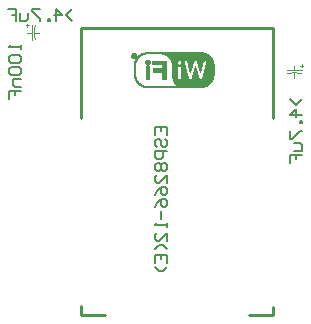
<source format=gbo>
%FSLAX25Y25*%
%MOIN*%
G70*
G01*
G75*
G04 Layer_Color=32896*
%ADD10R,0.04331X0.05512*%
%ADD11R,0.05906X0.09843*%
%ADD12R,0.05906X0.09843*%
%ADD13R,0.04528X0.02362*%
%ADD14R,0.05512X0.04331*%
G04:AMPARAMS|DCode=15|XSize=74.8mil|YSize=125.98mil|CornerRadius=0mil|HoleSize=0mil|Usage=FLASHONLY|Rotation=270.000|XOffset=0mil|YOffset=0mil|HoleType=Round|Shape=Octagon|*
%AMOCTAGOND15*
4,1,8,0.06299,0.01870,0.06299,-0.01870,0.04429,-0.03740,-0.04429,-0.03740,-0.06299,-0.01870,-0.06299,0.01870,-0.04429,0.03740,0.04429,0.03740,0.06299,0.01870,0.0*
%
%ADD15OCTAGOND15*%

%ADD16R,0.05512X0.02362*%
%ADD17R,0.07087X0.02362*%
%ADD18C,0.05000*%
%ADD19C,0.02500*%
%ADD20C,0.02000*%
%ADD21R,0.10000X0.04500*%
%ADD22R,0.05500X0.10000*%
%ADD23C,0.05315*%
%ADD24R,0.05315X0.05315*%
%ADD25R,0.05315X0.05315*%
%ADD26C,0.05906*%
%ADD27R,0.05906X0.05906*%
%ADD28O,0.05512X0.14173*%
%ADD29O,0.14173X0.05512*%
%ADD30C,0.02500*%
%ADD31C,0.10000*%
%ADD32C,0.00984*%
%ADD33C,0.00787*%
%ADD34C,0.00700*%
%ADD35R,0.05131X0.06312*%
%ADD36R,0.06706X0.10642*%
%ADD37R,0.06706X0.10642*%
%ADD38R,0.05328X0.03162*%
%ADD39R,0.06312X0.05131*%
G04:AMPARAMS|DCode=40|XSize=82.8mil|YSize=133.98mil|CornerRadius=0mil|HoleSize=0mil|Usage=FLASHONLY|Rotation=270.000|XOffset=0mil|YOffset=0mil|HoleType=Round|Shape=Octagon|*
%AMOCTAGOND40*
4,1,8,0.06699,0.02070,0.06699,-0.02070,0.04629,-0.04140,-0.04629,-0.04140,-0.06699,-0.02070,-0.06699,0.02070,-0.04629,0.04140,0.04629,0.04140,0.06699,0.02070,0.0*
%
%ADD40OCTAGOND40*%

%ADD41R,0.06312X0.03162*%
%ADD42R,0.07887X0.03162*%
%ADD43R,0.10800X0.05300*%
%ADD44R,0.06300X0.10800*%
%ADD45C,0.06115*%
%ADD46R,0.06115X0.06115*%
%ADD47R,0.06115X0.06115*%
%ADD48C,0.06706*%
%ADD49R,0.06706X0.06706*%
%ADD50O,0.06312X0.14973*%
%ADD51O,0.14973X0.06312*%
%ADD52C,0.03300*%
%ADD53C,0.00394*%
%ADD54C,0.01000*%
%ADD55C,0.00050*%
D34*
X50501Y67334D02*
Y70000D01*
X54500D01*
Y67334D01*
X52501Y70000D02*
Y68667D01*
X51168Y63336D02*
X50501Y64002D01*
Y65335D01*
X51168Y66001D01*
X51834D01*
X52501Y65335D01*
Y64002D01*
X53167Y63336D01*
X53834D01*
X54500Y64002D01*
Y65335D01*
X53834Y66001D01*
X54500Y62003D02*
X50501D01*
Y60003D01*
X51168Y59337D01*
X52501D01*
X53167Y60003D01*
Y62003D01*
X51168Y58004D02*
X50501Y57337D01*
Y56005D01*
X51168Y55338D01*
X51834D01*
X52501Y56005D01*
X53167Y55338D01*
X53834D01*
X54500Y56005D01*
Y57337D01*
X53834Y58004D01*
X53167D01*
X52501Y57337D01*
X51834Y58004D01*
X51168D01*
X52501Y57337D02*
Y56005D01*
X54500Y51339D02*
Y54005D01*
X51834Y51339D01*
X51168D01*
X50501Y52006D01*
Y53339D01*
X51168Y54005D01*
X50501Y47341D02*
X51168Y48674D01*
X52501Y50007D01*
X53834D01*
X54500Y49340D01*
Y48007D01*
X53834Y47341D01*
X53167D01*
X52501Y48007D01*
Y50007D01*
X50501Y43342D02*
X51168Y44675D01*
X52501Y46008D01*
X53834D01*
X54500Y45341D01*
Y44008D01*
X53834Y43342D01*
X53167D01*
X52501Y44008D01*
Y46008D01*
Y42009D02*
Y39343D01*
X54500Y38010D02*
Y36677D01*
Y37344D01*
X50501D01*
X51168Y38010D01*
X54500Y32012D02*
Y34678D01*
X51834Y32012D01*
X51168D01*
X50501Y32679D01*
Y34012D01*
X51168Y34678D01*
X54500Y29346D02*
X53167Y30679D01*
X51834D01*
X50501Y29346D01*
Y24681D02*
Y27347D01*
X54500D01*
Y24681D01*
X52501Y27347D02*
Y26014D01*
X54500Y23348D02*
X53167Y22016D01*
X51834D01*
X50501Y23348D01*
X6000Y97500D02*
Y96167D01*
Y96834D01*
X2001D01*
X2668Y97500D01*
Y94168D02*
X2001Y93501D01*
Y92168D01*
X2668Y91502D01*
X5334D01*
X6000Y92168D01*
Y93501D01*
X5334Y94168D01*
X2668D01*
Y90169D02*
X2001Y89503D01*
Y88170D01*
X2668Y87503D01*
X5334D01*
X6000Y88170D01*
Y89503D01*
X5334Y90169D01*
X2668D01*
X6000Y86170D02*
X3334D01*
Y84171D01*
X4001Y83504D01*
X6000D01*
X2001Y79506D02*
Y82172D01*
X4001D01*
Y80839D01*
Y82172D01*
X6000D01*
X23000Y105500D02*
X21001Y107499D01*
X23000Y109499D01*
X17668Y105500D02*
Y109499D01*
X19668Y107499D01*
X17002D01*
X15669Y105500D02*
Y106167D01*
X15003D01*
Y105500D01*
X15669D01*
X12337Y109499D02*
X9671D01*
Y108832D01*
X12337Y106167D01*
Y105500D01*
X8338Y108166D02*
Y106167D01*
X7672Y105500D01*
X5672D01*
Y108166D01*
X1674Y109499D02*
X4339D01*
Y107499D01*
X3006D01*
X4339D01*
Y105500D01*
X99500Y79500D02*
X97501Y77501D01*
X95501Y79500D01*
X99500Y74168D02*
X95501D01*
X97501Y76168D01*
Y73502D01*
X99500Y72169D02*
X98834D01*
Y71503D01*
X99500D01*
Y72169D01*
X95501Y68837D02*
Y66171D01*
X96168D01*
X98834Y68837D01*
X99500D01*
X96834Y64838D02*
X98834D01*
X99500Y64172D01*
Y62172D01*
X96834D01*
X95501Y58174D02*
Y60839D01*
X97501D01*
Y59506D01*
Y60839D01*
X99500D01*
D53*
X10591Y103981D02*
G03*
X10593Y99020I11742J-2475D01*
G01*
X99481Y87909D02*
G03*
X94520Y87907I-2475J-11742D01*
G01*
X7500Y104000D02*
X8500D01*
X8000Y103500D02*
Y104500D01*
X9500Y99000D02*
Y104000D01*
X8000Y101500D02*
X9500D01*
X10500Y101500D02*
X12000D01*
X99500Y90000D02*
Y91000D01*
X99000Y90500D02*
X100000D01*
X94500Y89000D02*
X99500D01*
X97000D02*
Y90500D01*
X97000Y86500D02*
Y88000D01*
D54*
X26000Y103000D02*
X90000D01*
X26000Y73000D02*
Y103000D01*
Y7500D02*
Y10500D01*
Y7500D02*
X34000D01*
X82000D02*
X90000D01*
Y10000D01*
Y73000D02*
Y103000D01*
D55*
X47350Y95000D02*
X66150D01*
X47050Y94950D02*
X66450D01*
X46850Y94900D02*
X66650D01*
X46650Y94850D02*
X66850D01*
X46500Y94800D02*
X67000D01*
X46350Y94750D02*
X67150D01*
X46250Y94700D02*
X67250D01*
X46100Y94650D02*
X67400D01*
X43100D02*
X43600D01*
X46000Y94600D02*
X67500D01*
X43000D02*
X43750D01*
X52900Y94550D02*
X67600D01*
X45900D02*
X47250D01*
X42900D02*
X43800D01*
X53200Y94500D02*
X67700D01*
X45800D02*
X47000D01*
X43500D02*
X43850D01*
X42850D02*
X43200D01*
X53350Y94450D02*
X67800D01*
X45700D02*
X46800D01*
X43650D02*
X43950D01*
X42800D02*
X43050D01*
X53550Y94400D02*
X67850D01*
X45650D02*
X46600D01*
X43700D02*
X43950D01*
X42750D02*
X43000D01*
X53650Y94350D02*
X67950D01*
X45550D02*
X46450D01*
X43800D02*
X44000D01*
X42700D02*
X42950D01*
X53800Y94300D02*
X68050D01*
X45500D02*
X46350D01*
X43850D02*
X44050D01*
X43250D02*
X43700D01*
X42700D02*
X42900D01*
X53900Y94250D02*
X68100D01*
X45400D02*
X46200D01*
X43850D02*
X44050D01*
X43100D02*
X43700D01*
X42650D02*
X42850D01*
X54000Y94200D02*
X68150D01*
X45350D02*
X46100D01*
X43900D02*
X44100D01*
X43050D02*
X43700D01*
X42650D02*
X42800D01*
X54100Y94150D02*
X68250D01*
X45250D02*
X46000D01*
X43900D02*
X44100D01*
X43550D02*
X43700D01*
X43050D02*
X43300D01*
X42600D02*
X42800D01*
X54200Y94100D02*
X68300D01*
X45200D02*
X45900D01*
X43950D02*
X44100D01*
X43550D02*
X43700D01*
X43050D02*
X43250D01*
X42600D02*
X42750D01*
X54300Y94050D02*
X68350D01*
X45150D02*
X45850D01*
X43950D02*
X44150D01*
X43550D02*
X43700D01*
X43050D02*
X43250D01*
X42600D02*
X42750D01*
X54350Y94000D02*
X68450D01*
X45050D02*
X45750D01*
X43950D02*
X44150D01*
X43550D02*
X43700D01*
X43050D02*
X43250D01*
X42600D02*
X42750D01*
X54450Y93950D02*
X68500D01*
X45000D02*
X45700D01*
X43950D02*
X44150D01*
X43050D02*
X43700D01*
X42550D02*
X42750D01*
X54500Y93900D02*
X68550D01*
X44950D02*
X45600D01*
X43950D02*
X44150D01*
X43100D02*
X43700D01*
X42550D02*
X42750D01*
X54600Y93850D02*
X68600D01*
X44900D02*
X45550D01*
X44000D02*
X44150D01*
X43200D02*
X43700D01*
X42550D02*
X42750D01*
X54650Y93800D02*
X68650D01*
X44850D02*
X45450D01*
X43950D02*
X44150D01*
X43550D02*
X43700D01*
X43200D02*
X43450D01*
X42550D02*
X42750D01*
X54700Y93750D02*
X68700D01*
X44800D02*
X45400D01*
X43950D02*
X44150D01*
X43550D02*
X43700D01*
X43150D02*
X43350D01*
X42600D02*
X42750D01*
X54750Y93700D02*
X68750D01*
X44750D02*
X45350D01*
X43950D02*
X44150D01*
X43550D02*
X43700D01*
X43100D02*
X43350D01*
X42600D02*
X42750D01*
X54850Y93650D02*
X68800D01*
X44700D02*
X45250D01*
X43950D02*
X44100D01*
X43550D02*
X43700D01*
X43100D02*
X43300D01*
X42600D02*
X42800D01*
X54900Y93600D02*
X68850D01*
X44650D02*
X45200D01*
X43900D02*
X44100D01*
X43550D02*
X43700D01*
X43050D02*
X43250D01*
X42600D02*
X42800D01*
X54950Y93550D02*
X68900D01*
X44600D02*
X45150D01*
X43900D02*
X44050D01*
X43550D02*
X43700D01*
X43000D02*
X43250D01*
X42650D02*
X42850D01*
X55000Y93500D02*
X68950D01*
X44550D02*
X45100D01*
X43850D02*
X44050D01*
X43550D02*
X43700D01*
X43000D02*
X43200D01*
X42650D02*
X42850D01*
X55050Y93450D02*
X69000D01*
X44500D02*
X45050D01*
X43800D02*
X44000D01*
X42700D02*
X42900D01*
X55100Y93400D02*
X69050D01*
X44500D02*
X45000D01*
X43750D02*
X44000D01*
X42750D02*
X43000D01*
X55150Y93350D02*
X69050D01*
X44450D02*
X44950D01*
X43650D02*
X43950D01*
X42800D02*
X43050D01*
X55150Y93300D02*
X69100D01*
X44400D02*
X44900D01*
X43550D02*
X43900D01*
X42850D02*
X43150D01*
X55200Y93250D02*
X69150D01*
X44350D02*
X44850D01*
X42900D02*
X43800D01*
X55250Y93200D02*
X69200D01*
X44300D02*
X44850D01*
X42950D02*
X43750D01*
X55300Y93150D02*
X69200D01*
X44300D02*
X44800D01*
X43100D02*
X43600D01*
X55350Y93100D02*
X69250D01*
X44250D02*
X44750D01*
X55400Y93050D02*
X69300D01*
X44200D02*
X44700D01*
X55400Y93000D02*
X69350D01*
X44200D02*
X44650D01*
X55450Y92950D02*
X69350D01*
X44150D02*
X44650D01*
X55500Y92900D02*
X69400D01*
X44100D02*
X44600D01*
X55500Y92850D02*
X69400D01*
X44100D02*
X44550D01*
X55550Y92800D02*
X69450D01*
X44050D02*
X44550D01*
X55600Y92750D02*
X69500D01*
X44050D02*
X44500D01*
X55600Y92700D02*
X69500D01*
X44000D02*
X44450D01*
X55650Y92650D02*
X69550D01*
X43950D02*
X44450D01*
X55650Y92600D02*
X69550D01*
X43950D02*
X44400D01*
X55700Y92550D02*
X69600D01*
X43900D02*
X44400D01*
X55700Y92500D02*
X69600D01*
X43900D02*
X44350D01*
X55750Y92450D02*
X69650D01*
X43850D02*
X44300D01*
X58700Y92400D02*
X69650D01*
X55750D02*
X58450D01*
X47900D02*
X48100D01*
X43850D02*
X44300D01*
X58900Y92350D02*
X69700D01*
X55800D02*
X58300D01*
X47700D02*
X48300D01*
X43850D02*
X44250D01*
X59000Y92300D02*
X69700D01*
X55800D02*
X58200D01*
X47600D02*
X48400D01*
X43800D02*
X44250D01*
X67700Y92250D02*
X69700D01*
X67600D02*
X67650D01*
X66600D02*
X66700D01*
X64400D02*
X66550D01*
X63450D02*
X63500D01*
X63300D02*
X63400D01*
X61150D02*
X63250D01*
X60000D02*
X60050D01*
X59050D02*
X59950D01*
X55850D02*
X58100D01*
X47500D02*
X48450D01*
X43800D02*
X44250D01*
X67750Y92200D02*
X69750D01*
X64400D02*
X66400D01*
X61200D02*
X63250D01*
X59100D02*
X59950D01*
X55850D02*
X58050D01*
X49550D02*
X54100D01*
X47450D02*
X48500D01*
X43750D02*
X44200D01*
X67750Y92150D02*
X69750D01*
X64400D02*
X66400D01*
X61200D02*
X63200D01*
X59150D02*
X59950D01*
X55850D02*
X58000D01*
X49500D02*
X54100D01*
X47400D02*
X48550D01*
X43750D02*
X44200D01*
X67700Y92100D02*
X69800D01*
X64450D02*
X66400D01*
X61200D02*
X63200D01*
X59200D02*
X60000D01*
X55900D02*
X57950D01*
X49550D02*
X54100D01*
X47400D02*
X48600D01*
X43750D02*
X44150D01*
X67700Y92050D02*
X69800D01*
X64450D02*
X66400D01*
X61250D02*
X63200D01*
X59250D02*
X60000D01*
X55900D02*
X57950D01*
X49550D02*
X54100D01*
X47350D02*
X48650D01*
X43700D02*
X44150D01*
X67700Y92000D02*
X69800D01*
X64450D02*
X66350D01*
X61250D02*
X63200D01*
X59250D02*
X60000D01*
X55950D02*
X57900D01*
X49550D02*
X54100D01*
X47300D02*
X48650D01*
X43700D02*
X44150D01*
X67700Y91950D02*
X69850D01*
X64500D02*
X66350D01*
X61250D02*
X63150D01*
X59300D02*
X60000D01*
X55950D02*
X57900D01*
X49550D02*
X54100D01*
X47300D02*
X48700D01*
X43650D02*
X44100D01*
X67650Y91900D02*
X69850D01*
X64500D02*
X66350D01*
X61250D02*
X63150D01*
X59300D02*
X60050D01*
X55950D02*
X57850D01*
X49550D02*
X54100D01*
X47250D02*
X48700D01*
X43650D02*
X44100D01*
X67650Y91850D02*
X69850D01*
X64500D02*
X66350D01*
X61250D02*
X63150D01*
X59300D02*
X60050D01*
X56000D02*
X57850D01*
X49550D02*
X54100D01*
X47250D02*
X48700D01*
X43650D02*
X44050D01*
X67650Y91800D02*
X69900D01*
X64550D02*
X66300D01*
X61300D02*
X63100D01*
X59350D02*
X60050D01*
X56000D02*
X57850D01*
X49550D02*
X54100D01*
X47250D02*
X48750D01*
X43650D02*
X44050D01*
X67650Y91750D02*
X69900D01*
X64550D02*
X66300D01*
X61300D02*
X63100D01*
X59350D02*
X60050D01*
X56000D02*
X57850D01*
X49550D02*
X54100D01*
X47250D02*
X48750D01*
X43600D02*
X44050D01*
X67600Y91700D02*
X69900D01*
X64550D02*
X66300D01*
X61300D02*
X63100D01*
X59350D02*
X60100D01*
X56000D02*
X57850D01*
X49550D02*
X54100D01*
X47250D02*
X48750D01*
X43600D02*
X44050D01*
X67600Y91650D02*
X69900D01*
X64550D02*
X66300D01*
X61300D02*
X63100D01*
X59350D02*
X60100D01*
X56050D02*
X57800D01*
X49550D02*
X54100D01*
X47250D02*
X48750D01*
X43600D02*
X44000D01*
X67600Y91600D02*
X69950D01*
X64600D02*
X66300D01*
X61350D02*
X63050D01*
X59350D02*
X60100D01*
X56050D02*
X57850D01*
X49550D02*
X54100D01*
X47250D02*
X48750D01*
X43550D02*
X44000D01*
X67600Y91550D02*
X69950D01*
X64600D02*
X66250D01*
X61350D02*
X63050D01*
X59350D02*
X60100D01*
X56050D02*
X57850D01*
X49550D02*
X54100D01*
X47250D02*
X48750D01*
X43550D02*
X44000D01*
X67550Y91500D02*
X69950D01*
X64600D02*
X66250D01*
X61350D02*
X63050D01*
X59300D02*
X60150D01*
X56050D02*
X57850D01*
X49550D02*
X54100D01*
X47250D02*
X48750D01*
X43550D02*
X44000D01*
X67550Y91450D02*
X69950D01*
X64650D02*
X66250D01*
X61350D02*
X63000D01*
X59300D02*
X60150D01*
X56100D02*
X57850D01*
X49550D02*
X54100D01*
X47250D02*
X48700D01*
X43550D02*
X43950D01*
X67550Y91400D02*
X69950D01*
X64650D02*
X66250D01*
X61400D02*
X63000D01*
X59300D02*
X60150D01*
X56100D02*
X57850D01*
X49550D02*
X54100D01*
X47300D02*
X48700D01*
X43550D02*
X43950D01*
X67500Y91350D02*
X70000D01*
X64650D02*
X66200D01*
X61400D02*
X63000D01*
X59300D02*
X60150D01*
X56100D02*
X57900D01*
X49550D02*
X54100D01*
X47300D02*
X48700D01*
X43500D02*
X43950D01*
X67500Y91300D02*
X70000D01*
X64650D02*
X66200D01*
X61400D02*
X63000D01*
X59250D02*
X60200D01*
X56100D02*
X57900D01*
X49550D02*
X54100D01*
X47300D02*
X48650D01*
X43500D02*
X43950D01*
X67500Y91250D02*
X70000D01*
X64700D02*
X66200D01*
X61400D02*
X62950D01*
X59250D02*
X60200D01*
X56100D02*
X57950D01*
X49550D02*
X54100D01*
X47350D02*
X48650D01*
X43500D02*
X43950D01*
X67500Y91200D02*
X70000D01*
X64700D02*
X66200D01*
X61450D02*
X62950D01*
X59200D02*
X60200D01*
X56100D02*
X58000D01*
X49550D02*
X54100D01*
X47400D02*
X48600D01*
X43500D02*
X43900D01*
X67450Y91150D02*
X70000D01*
X64700D02*
X66200D01*
X61450D02*
X62950D01*
X59150D02*
X60250D01*
X56100D02*
X58000D01*
X49550D02*
X54100D01*
X47400D02*
X48550D01*
X43500D02*
X43900D01*
X67450Y91100D02*
X70000D01*
X64750D02*
X66150D01*
X61450D02*
X62900D01*
X59100D02*
X60250D01*
X56150D02*
X58050D01*
X49500D02*
X54100D01*
X47450D02*
X48500D01*
X43500D02*
X43900D01*
X67450Y91050D02*
X70000D01*
X64750D02*
X66150D01*
X61450D02*
X62900D01*
X59050D02*
X60250D01*
X56150D02*
X58100D01*
X49550D02*
X54100D01*
X47550D02*
X48450D01*
X43500D02*
X43900D01*
X67450Y91000D02*
X70050D01*
X64750D02*
X66150D01*
X61450D02*
X62900D01*
X58950D02*
X60250D01*
X56150D02*
X58200D01*
X52750D02*
X54100D01*
X47600D02*
X48400D01*
X43450D02*
X43900D01*
X67400Y90950D02*
X70050D01*
X64800D02*
X66150D01*
X61500D02*
X62900D01*
X58850D02*
X60300D01*
X56150D02*
X58300D01*
X52750D02*
X54100D01*
X47700D02*
X48250D01*
X43450D02*
X43900D01*
X67400Y90900D02*
X70050D01*
X64800D02*
X66100D01*
X61500D02*
X62850D01*
X58650D02*
X60300D01*
X56150D02*
X58600D01*
X52750D02*
X54100D01*
X48000D02*
X48050D01*
X43450D02*
X43900D01*
X67400Y90850D02*
X70050D01*
X64800D02*
X66100D01*
X61500D02*
X62850D01*
X56150D02*
X60300D01*
X52750D02*
X54100D01*
X43450D02*
X43900D01*
X67400Y90800D02*
X70050D01*
X64800D02*
X66100D01*
X61500D02*
X62850D01*
X56150D02*
X60300D01*
X52750D02*
X54100D01*
X43450D02*
X43900D01*
X67350Y90750D02*
X70050D01*
X64850D02*
X66100D01*
X61500D02*
X62800D01*
X56150D02*
X60350D01*
X52750D02*
X54100D01*
X43450D02*
X43900D01*
X67350Y90700D02*
X70050D01*
X64850D02*
X66100D01*
X61550D02*
X62800D01*
X56150D02*
X60350D01*
X52750D02*
X54100D01*
X43450D02*
X43900D01*
X67350Y90650D02*
X70050D01*
X64850D02*
X66050D01*
X61550D02*
X62800D01*
X56150D02*
X60350D01*
X52750D02*
X54100D01*
X43450D02*
X43900D01*
X67300Y90600D02*
X70050D01*
X64900D02*
X66050D01*
X61550D02*
X62800D01*
X56150D02*
X60350D01*
X52750D02*
X54100D01*
X43450D02*
X43900D01*
X67300Y90550D02*
X70050D01*
X64900D02*
X66050D01*
X61550D02*
X62750D01*
X56150D02*
X60400D01*
X52750D02*
X54100D01*
X43450D02*
X43900D01*
X67300Y90500D02*
X70050D01*
X64900D02*
X66050D01*
X61600D02*
X62750D01*
X56150D02*
X60400D01*
X52750D02*
X54100D01*
X43450D02*
X43900D01*
X67300Y90450D02*
X70050D01*
X64900D02*
X66000D01*
X61600D02*
X62750D01*
X56150D02*
X60400D01*
X52750D02*
X54100D01*
X43450D02*
X43900D01*
X67250Y90400D02*
X70050D01*
X64950D02*
X66000D01*
X61600D02*
X62700D01*
X56150D02*
X60400D01*
X52750D02*
X54100D01*
X43450D02*
X43900D01*
X67250Y90350D02*
X70050D01*
X64950D02*
X66000D01*
X61600D02*
X62700D01*
X56150D02*
X60450D01*
X52750D02*
X54100D01*
X43450D02*
X43900D01*
X67250Y90300D02*
X70050D01*
X64950D02*
X66000D01*
X63850D02*
X63900D01*
X61650D02*
X62700D01*
X59250D02*
X60450D01*
X56150D02*
X57950D01*
X52750D02*
X54100D01*
X47350D02*
X48650D01*
X43450D02*
X43900D01*
X67250Y90250D02*
X70050D01*
X65000D02*
X65950D01*
X63800D02*
X63900D01*
X61650D02*
X62700D01*
X59250D02*
X60450D01*
X56150D02*
X57950D01*
X52750D02*
X54100D01*
X47350D02*
X48650D01*
X43450D02*
X43900D01*
X67200Y90200D02*
X70050D01*
X65000D02*
X65950D01*
X63800D02*
X63900D01*
X61650D02*
X62650D01*
X59250D02*
X60500D01*
X56150D02*
X57950D01*
X52750D02*
X54100D01*
X47350D02*
X48650D01*
X43450D02*
X43900D01*
X67200Y90150D02*
X70050D01*
X65000D02*
X65950D01*
X63800D02*
X63900D01*
X61650D02*
X62650D01*
X59250D02*
X60500D01*
X56150D02*
X57950D01*
X52750D02*
X54100D01*
X47350D02*
X48650D01*
X43450D02*
X43900D01*
X67200Y90100D02*
X70050D01*
X65050D02*
X65950D01*
X63800D02*
X63950D01*
X61700D02*
X62650D01*
X59250D02*
X60500D01*
X56150D02*
X57950D01*
X52750D02*
X54100D01*
X47350D02*
X48650D01*
X43450D02*
X43900D01*
X67200Y90050D02*
X70050D01*
X65050D02*
X65950D01*
X63750D02*
X63950D01*
X61700D02*
X62650D01*
X59200D02*
X60500D01*
X56150D02*
X57950D01*
X52750D02*
X54100D01*
X47350D02*
X48650D01*
X43450D02*
X43900D01*
X67150Y90000D02*
X70050D01*
X65050D02*
X65900D01*
X63750D02*
X63950D01*
X61700D02*
X62600D01*
X59250D02*
X60550D01*
X56150D02*
X57950D01*
X52750D02*
X54100D01*
X47350D02*
X48650D01*
X43450D02*
X43900D01*
X67150Y89950D02*
X70050D01*
X65050D02*
X65900D01*
X63750D02*
X64000D01*
X61700D02*
X62600D01*
X59250D02*
X60550D01*
X56150D02*
X57950D01*
X52750D02*
X54100D01*
X47350D02*
X48650D01*
X43450D02*
X43900D01*
X67150Y89900D02*
X70050D01*
X65100D02*
X65900D01*
X63700D02*
X64000D01*
X61700D02*
X62600D01*
X59250D02*
X60550D01*
X56150D02*
X57950D01*
X52750D02*
X54100D01*
X47350D02*
X48650D01*
X43450D02*
X43900D01*
X67100Y89850D02*
X70050D01*
X65100D02*
X65900D01*
X63700D02*
X64000D01*
X61750D02*
X62550D01*
X59250D02*
X60550D01*
X56150D02*
X57950D01*
X52750D02*
X54100D01*
X47350D02*
X48650D01*
X43450D02*
X43900D01*
X67100Y89800D02*
X70050D01*
X65100D02*
X65850D01*
X63700D02*
X64000D01*
X61750D02*
X62550D01*
X59250D02*
X60600D01*
X56150D02*
X57950D01*
X52750D02*
X54100D01*
X47350D02*
X48650D01*
X43450D02*
X43900D01*
X67100Y89750D02*
X70050D01*
X65150D02*
X65850D01*
X63700D02*
X64050D01*
X61750D02*
X62550D01*
X59250D02*
X60600D01*
X56150D02*
X57950D01*
X49750D02*
X54100D01*
X47350D02*
X48650D01*
X43450D02*
X43900D01*
X67100Y89700D02*
X70050D01*
X65150D02*
X65850D01*
X63650D02*
X64050D01*
X61750D02*
X62550D01*
X59250D02*
X60600D01*
X56150D02*
X57950D01*
X49750D02*
X54100D01*
X47350D02*
X48650D01*
X43450D02*
X43900D01*
X67050Y89650D02*
X70050D01*
X65150D02*
X65850D01*
X63650D02*
X64050D01*
X61800D02*
X62500D01*
X59250D02*
X60600D01*
X56150D02*
X57950D01*
X49750D02*
X54100D01*
X47350D02*
X48650D01*
X43450D02*
X43900D01*
X67050Y89600D02*
X70050D01*
X65200D02*
X65850D01*
X63650D02*
X64100D01*
X61800D02*
X62500D01*
X59250D02*
X60650D01*
X56150D02*
X57950D01*
X49750D02*
X54100D01*
X47350D02*
X48650D01*
X43450D02*
X43900D01*
X67050Y89550D02*
X70050D01*
X65200D02*
X65800D01*
X63600D02*
X64100D01*
X61800D02*
X62500D01*
X59250D02*
X60650D01*
X56150D02*
X57950D01*
X49750D02*
X54100D01*
X47350D02*
X48650D01*
X43450D02*
X43900D01*
X67050Y89500D02*
X70050D01*
X65200D02*
X65800D01*
X63600D02*
X64100D01*
X61800D02*
X62450D01*
X59250D02*
X60650D01*
X56150D02*
X57950D01*
X49750D02*
X54100D01*
X47350D02*
X48650D01*
X43450D02*
X43900D01*
X67000Y89450D02*
X70050D01*
X65200D02*
X65800D01*
X63600D02*
X64100D01*
X61850D02*
X62450D01*
X59250D02*
X60700D01*
X56150D02*
X57950D01*
X49750D02*
X54100D01*
X47350D02*
X48650D01*
X43450D02*
X43900D01*
X67000Y89400D02*
X70050D01*
X65250D02*
X65800D01*
X63600D02*
X64150D01*
X61850D02*
X62450D01*
X59250D02*
X60700D01*
X56150D02*
X57950D01*
X49750D02*
X54100D01*
X47350D02*
X48650D01*
X43450D02*
X43900D01*
X67000Y89350D02*
X70050D01*
X65250D02*
X65750D01*
X63550D02*
X64150D01*
X61850D02*
X62450D01*
X59250D02*
X60700D01*
X56150D02*
X57950D01*
X49750D02*
X54100D01*
X47350D02*
X48650D01*
X43450D02*
X43900D01*
X66950Y89300D02*
X70050D01*
X65250D02*
X65750D01*
X63550D02*
X64150D01*
X61850D02*
X62400D01*
X59250D02*
X60700D01*
X56150D02*
X57950D01*
X49750D02*
X54100D01*
X47350D02*
X48650D01*
X43450D02*
X43900D01*
X66950Y89250D02*
X70050D01*
X65300D02*
X65750D01*
X63550D02*
X64200D01*
X61850D02*
X62400D01*
X59250D02*
X60750D01*
X56150D02*
X57950D01*
X49750D02*
X54100D01*
X47350D02*
X48650D01*
X43450D02*
X43900D01*
X66950Y89200D02*
X70050D01*
X65300D02*
X65750D01*
X63500D02*
X64200D01*
X61900D02*
X62400D01*
X59250D02*
X60750D01*
X56150D02*
X57950D01*
X49750D02*
X54100D01*
X47350D02*
X48650D01*
X43450D02*
X43900D01*
X66950Y89150D02*
X70050D01*
X65300D02*
X65750D01*
X63500D02*
X64200D01*
X61900D02*
X62350D01*
X59250D02*
X60750D01*
X56150D02*
X57950D01*
X49750D02*
X54100D01*
X47350D02*
X48650D01*
X43450D02*
X43900D01*
X66900Y89100D02*
X70050D01*
X65300D02*
X65700D01*
X63500D02*
X64200D01*
X61900D02*
X62350D01*
X59250D02*
X60750D01*
X56150D02*
X57950D01*
X49750D02*
X54100D01*
X47350D02*
X48650D01*
X43450D02*
X43900D01*
X66900Y89050D02*
X70050D01*
X65350D02*
X65700D01*
X63500D02*
X64250D01*
X61900D02*
X62350D01*
X59250D02*
X60800D01*
X56150D02*
X57950D01*
X49750D02*
X54100D01*
X47350D02*
X48650D01*
X43450D02*
X43900D01*
X66900Y89000D02*
X70050D01*
X65350D02*
X65700D01*
X63450D02*
X64250D01*
X61950D02*
X62300D01*
X59250D02*
X60800D01*
X56150D02*
X57950D01*
X49750D02*
X54100D01*
X47350D02*
X48650D01*
X43450D02*
X43900D01*
X66900Y88950D02*
X70050D01*
X65350D02*
X65700D01*
X63450D02*
X64250D01*
X61950D02*
X62300D01*
X59250D02*
X60800D01*
X56150D02*
X57950D01*
X49750D02*
X54100D01*
X47350D02*
X48650D01*
X43450D02*
X43900D01*
X66850Y88900D02*
X70050D01*
X65400D02*
X65650D01*
X63450D02*
X64300D01*
X61950D02*
X62300D01*
X59250D02*
X60800D01*
X56150D02*
X57950D01*
X49750D02*
X54100D01*
X47350D02*
X48650D01*
X43450D02*
X43900D01*
X66850Y88850D02*
X70050D01*
X65400D02*
X65650D01*
X63400D02*
X64300D01*
X61950D02*
X62300D01*
X59250D02*
X60850D01*
X56150D02*
X57950D01*
X49750D02*
X54100D01*
X47350D02*
X48650D01*
X43450D02*
X43900D01*
X66850Y88800D02*
X70050D01*
X65400D02*
X65650D01*
X63400D02*
X64300D01*
X62000D02*
X62250D01*
X59250D02*
X60850D01*
X56150D02*
X57950D01*
X49750D02*
X54100D01*
X47350D02*
X48650D01*
X43450D02*
X43900D01*
X66850Y88750D02*
X70050D01*
X65450D02*
X65650D01*
X63400D02*
X64300D01*
X62000D02*
X62250D01*
X59250D02*
X60850D01*
X56150D02*
X57950D01*
X49750D02*
X54100D01*
X47350D02*
X48650D01*
X43450D02*
X43900D01*
X66800Y88700D02*
X70050D01*
X65450D02*
X65650D01*
X63400D02*
X64350D01*
X62000D02*
X62250D01*
X59250D02*
X60850D01*
X56150D02*
X57950D01*
X49750D02*
X54100D01*
X47350D02*
X48650D01*
X43450D02*
X43900D01*
X66800Y88650D02*
X70050D01*
X65450D02*
X65600D01*
X63350D02*
X64350D01*
X62000D02*
X62250D01*
X59250D02*
X60900D01*
X56150D02*
X57950D01*
X49750D02*
X54100D01*
X47350D02*
X48650D01*
X43450D02*
X43900D01*
X66800Y88600D02*
X70050D01*
X65450D02*
X65600D01*
X63350D02*
X64350D01*
X62000D02*
X62200D01*
X59250D02*
X60900D01*
X56150D02*
X57950D01*
X49750D02*
X54100D01*
X47350D02*
X48650D01*
X43450D02*
X43900D01*
X66750Y88550D02*
X70050D01*
X65500D02*
X65600D01*
X63350D02*
X64400D01*
X62050D02*
X62200D01*
X59250D02*
X60900D01*
X56150D02*
X57950D01*
X49750D02*
X54100D01*
X47350D02*
X48650D01*
X43450D02*
X43900D01*
X66750Y88500D02*
X70050D01*
X65500D02*
X65600D01*
X63300D02*
X64400D01*
X62050D02*
X62200D01*
X59250D02*
X60950D01*
X56150D02*
X57950D01*
X52750D02*
X54100D01*
X47350D02*
X48650D01*
X43450D02*
X43900D01*
X66750Y88450D02*
X70050D01*
X65500D02*
X65550D01*
X63300D02*
X64400D01*
X62050D02*
X62150D01*
X59250D02*
X60950D01*
X56150D02*
X57950D01*
X52750D02*
X54100D01*
X47350D02*
X48650D01*
X43450D02*
X43900D01*
X66750Y88400D02*
X70050D01*
X63300D02*
X64400D01*
X62050D02*
X62150D01*
X59250D02*
X60950D01*
X56150D02*
X57950D01*
X52750D02*
X54100D01*
X47350D02*
X48650D01*
X43450D02*
X43900D01*
X66700Y88350D02*
X70050D01*
X63300D02*
X64450D01*
X62100D02*
X62150D01*
X59250D02*
X60950D01*
X56150D02*
X57950D01*
X52750D02*
X54100D01*
X47350D02*
X48650D01*
X43450D02*
X43900D01*
X66700Y88300D02*
X70050D01*
X63250D02*
X64450D01*
X62100D02*
X62150D01*
X59250D02*
X61000D01*
X56150D02*
X57950D01*
X52750D02*
X54100D01*
X47350D02*
X48650D01*
X43450D02*
X43900D01*
X66700Y88250D02*
X70050D01*
X63250D02*
X64450D01*
X59250D02*
X61000D01*
X56150D02*
X57950D01*
X52750D02*
X54100D01*
X47350D02*
X48650D01*
X43450D02*
X43900D01*
X66700Y88200D02*
X70050D01*
X63250D02*
X64500D01*
X59250D02*
X61000D01*
X56150D02*
X57950D01*
X52750D02*
X54100D01*
X47350D02*
X48650D01*
X43450D02*
X43900D01*
X66650Y88150D02*
X70050D01*
X63200D02*
X64500D01*
X59250D02*
X61000D01*
X56150D02*
X57950D01*
X52750D02*
X54100D01*
X47350D02*
X48650D01*
X43450D02*
X43900D01*
X66650Y88100D02*
X70050D01*
X63200D02*
X64500D01*
X59250D02*
X61050D01*
X56150D02*
X57950D01*
X52750D02*
X54100D01*
X47350D02*
X48650D01*
X43450D02*
X43900D01*
X66650Y88050D02*
X70050D01*
X63200D02*
X64550D01*
X59250D02*
X61050D01*
X56150D02*
X57950D01*
X52750D02*
X54100D01*
X47350D02*
X48650D01*
X43450D02*
X43900D01*
X66600Y88000D02*
X70050D01*
X63150D02*
X64550D01*
X59250D02*
X61050D01*
X56150D02*
X57950D01*
X52750D02*
X54100D01*
X47350D02*
X48650D01*
X43450D02*
X43900D01*
X66600Y87950D02*
X70050D01*
X63150D02*
X64550D01*
X59250D02*
X61050D01*
X56150D02*
X57950D01*
X52750D02*
X54100D01*
X47350D02*
X48650D01*
X43450D02*
X43900D01*
X66600Y87900D02*
X70050D01*
X63150D02*
X64550D01*
X59250D02*
X61100D01*
X56150D02*
X57950D01*
X52750D02*
X54100D01*
X47350D02*
X48650D01*
X43450D02*
X43900D01*
X66600Y87850D02*
X70050D01*
X63150D02*
X64600D01*
X59250D02*
X61100D01*
X56150D02*
X57950D01*
X52750D02*
X54100D01*
X47350D02*
X48650D01*
X43450D02*
X43900D01*
X66550Y87800D02*
X70050D01*
X63100D02*
X64600D01*
X59250D02*
X61100D01*
X56150D02*
X57950D01*
X52750D02*
X54100D01*
X47350D02*
X48650D01*
X43450D02*
X43900D01*
X66550Y87750D02*
X70050D01*
X63100D02*
X64600D01*
X59250D02*
X61100D01*
X56150D02*
X57950D01*
X52750D02*
X54100D01*
X47350D02*
X48650D01*
X43450D02*
X43900D01*
X66550Y87700D02*
X70050D01*
X63100D02*
X64650D01*
X59250D02*
X61150D01*
X56150D02*
X57950D01*
X52750D02*
X54100D01*
X47350D02*
X48650D01*
X43450D02*
X43900D01*
X66550Y87650D02*
X70050D01*
X63100D02*
X64650D01*
X59250D02*
X61150D01*
X56150D02*
X57950D01*
X52750D02*
X54100D01*
X47350D02*
X48650D01*
X43450D02*
X43900D01*
X66500Y87600D02*
X70050D01*
X63050D02*
X64650D01*
X59250D02*
X61150D01*
X56150D02*
X57950D01*
X52750D02*
X54100D01*
X47350D02*
X48650D01*
X43450D02*
X43900D01*
X66500Y87550D02*
X70050D01*
X63050D02*
X64650D01*
X59250D02*
X61200D01*
X56150D02*
X57950D01*
X52750D02*
X54100D01*
X47350D02*
X48650D01*
X43450D02*
X43900D01*
X66500Y87500D02*
X70050D01*
X63050D02*
X64700D01*
X59250D02*
X61200D01*
X56150D02*
X57950D01*
X52750D02*
X54100D01*
X47350D02*
X48650D01*
X43450D02*
X43900D01*
X66500Y87450D02*
X70050D01*
X63000D02*
X64700D01*
X59250D02*
X61200D01*
X56150D02*
X57950D01*
X52750D02*
X54100D01*
X47350D02*
X48650D01*
X43450D02*
X43900D01*
X66450Y87400D02*
X70050D01*
X63000D02*
X64700D01*
X59250D02*
X61200D01*
X56150D02*
X57950D01*
X52750D02*
X54100D01*
X47350D02*
X48650D01*
X43450D02*
X43900D01*
X66450Y87350D02*
X70050D01*
X63000D02*
X64750D01*
X59250D02*
X61250D01*
X56150D02*
X57950D01*
X52750D02*
X54100D01*
X47350D02*
X48650D01*
X43450D02*
X43900D01*
X66450Y87300D02*
X70000D01*
X63000D02*
X64750D01*
X59250D02*
X61250D01*
X56150D02*
X57950D01*
X52750D02*
X54100D01*
X47350D02*
X48650D01*
X43500D02*
X43900D01*
X66400Y87250D02*
X70000D01*
X62950D02*
X64750D01*
X59250D02*
X61250D01*
X56200D02*
X57950D01*
X52750D02*
X54100D01*
X47350D02*
X48650D01*
X43500D02*
X43900D01*
X66400Y87200D02*
X70000D01*
X62950D02*
X64750D01*
X59250D02*
X61250D01*
X56200D02*
X57950D01*
X52750D02*
X54100D01*
X47350D02*
X48650D01*
X43500D02*
X43900D01*
X66400Y87150D02*
X70000D01*
X62950D02*
X64800D01*
X59250D02*
X61300D01*
X56200D02*
X57950D01*
X52750D02*
X54100D01*
X47350D02*
X48650D01*
X43500D02*
X43900D01*
X66400Y87100D02*
X70000D01*
X62900D02*
X64800D01*
X59250D02*
X61300D01*
X56200D02*
X57950D01*
X52750D02*
X54100D01*
X47350D02*
X48650D01*
X43500D02*
X43950D01*
X66350Y87050D02*
X70000D01*
X62900D02*
X64800D01*
X59250D02*
X61300D01*
X56200D02*
X57950D01*
X52750D02*
X54100D01*
X47350D02*
X48650D01*
X43500D02*
X43950D01*
X66350Y87000D02*
X70000D01*
X62900D02*
X64850D01*
X59250D02*
X61300D01*
X56200D02*
X57950D01*
X52750D02*
X54100D01*
X47350D02*
X48650D01*
X43550D02*
X43950D01*
X66350Y86950D02*
X69950D01*
X62850D02*
X64850D01*
X59250D02*
X61350D01*
X56200D02*
X57950D01*
X52750D02*
X54100D01*
X47350D02*
X48650D01*
X43550D02*
X43950D01*
X66350Y86900D02*
X69950D01*
X62850D02*
X64850D01*
X59250D02*
X61350D01*
X56200D02*
X57950D01*
X52750D02*
X54100D01*
X47350D02*
X48650D01*
X43550D02*
X43950D01*
X66300Y86850D02*
X69950D01*
X62850D02*
X64850D01*
X59250D02*
X61350D01*
X56250D02*
X57950D01*
X52750D02*
X54100D01*
X47350D02*
X48650D01*
X43550D02*
X44000D01*
X66300Y86800D02*
X69950D01*
X62850D02*
X64900D01*
X59250D02*
X61350D01*
X56250D02*
X57950D01*
X52750D02*
X54100D01*
X47350D02*
X48650D01*
X43550D02*
X44000D01*
X66300Y86750D02*
X69950D01*
X62800D02*
X64900D01*
X59250D02*
X61400D01*
X56250D02*
X57950D01*
X52750D02*
X54100D01*
X47350D02*
X48650D01*
X43600D02*
X44000D01*
X66300Y86700D02*
X69900D01*
X62800D02*
X64900D01*
X59250D02*
X61400D01*
X56250D02*
X57950D01*
X52750D02*
X54100D01*
X47350D02*
X48650D01*
X43600D02*
X44000D01*
X66250Y86650D02*
X69900D01*
X62800D02*
X64950D01*
X59250D02*
X61400D01*
X56250D02*
X57950D01*
X52750D02*
X54100D01*
X47350D02*
X48650D01*
X43600D02*
X44050D01*
X66250Y86600D02*
X69900D01*
X62750D02*
X64950D01*
X59250D02*
X61450D01*
X56300D02*
X57950D01*
X52750D02*
X54100D01*
X47350D02*
X48650D01*
X43600D02*
X44050D01*
X66250Y86550D02*
X69850D01*
X62750D02*
X64950D01*
X59250D02*
X61450D01*
X56300D02*
X57950D01*
X52750D02*
X54100D01*
X47350D02*
X48650D01*
X43650D02*
X44050D01*
X66200Y86500D02*
X69850D01*
X62750D02*
X64950D01*
X59250D02*
X61450D01*
X56300D02*
X57950D01*
X52750D02*
X54100D01*
X47350D02*
X48650D01*
X43650D02*
X44100D01*
X66200Y86450D02*
X69850D01*
X62750D02*
X65000D01*
X59250D02*
X61450D01*
X56300D02*
X57950D01*
X52750D02*
X54100D01*
X47350D02*
X48650D01*
X43650D02*
X44100D01*
X66200Y86400D02*
X69850D01*
X62700D02*
X65000D01*
X59200D02*
X61500D01*
X56350D02*
X57950D01*
X52750D02*
X54100D01*
X47350D02*
X48650D01*
X43700D02*
X44100D01*
X66200Y86350D02*
X69800D01*
X62700D02*
X65000D01*
X59200D02*
X61500D01*
X56350D02*
X57950D01*
X52750D02*
X54100D01*
X47350D02*
X48650D01*
X43700D02*
X44150D01*
X66150Y86300D02*
X69800D01*
X62700D02*
X65050D01*
X59250D02*
X61500D01*
X56350D02*
X57950D01*
X52750D02*
X54100D01*
X47350D02*
X48650D01*
X43700D02*
X44150D01*
X66150Y86250D02*
X69750D01*
X62650D02*
X65050D01*
X59250D02*
X61500D01*
X56350D02*
X57950D01*
X52750D02*
X54100D01*
X47350D02*
X48650D01*
X43750D02*
X44150D01*
X66150Y86200D02*
X69750D01*
X62650D02*
X65050D01*
X59250D02*
X61550D01*
X56400D02*
X57950D01*
X52750D02*
X54100D01*
X47350D02*
X48650D01*
X43750D02*
X44200D01*
X66100Y86150D02*
X69750D01*
X65950D02*
X66000D01*
X62650D02*
X65150D01*
X62500D02*
X62550D01*
X62350D02*
X62450D01*
X59200D02*
X61550D01*
X56400D02*
X57950D01*
X52750D02*
X54000D01*
X48450D02*
X48550D01*
X47550D02*
X48350D01*
X47350D02*
X47400D01*
X43750D02*
X44200D01*
X56400Y86100D02*
X69700D01*
X43800D02*
X44250D01*
X56450Y86050D02*
X69700D01*
X43800D02*
X44250D01*
X56450Y86000D02*
X69650D01*
X43850D02*
X44300D01*
X56450Y85950D02*
X69650D01*
X43850D02*
X44300D01*
X56500Y85900D02*
X69650D01*
X43900D02*
X44350D01*
X56500Y85850D02*
X69600D01*
X43900D02*
X44350D01*
X56550Y85800D02*
X69600D01*
X43950D02*
X44400D01*
X56550Y85750D02*
X69550D01*
X43950D02*
X44400D01*
X56550Y85700D02*
X69550D01*
X44000D02*
X44450D01*
X56600Y85650D02*
X69500D01*
X44000D02*
X44450D01*
X56600Y85600D02*
X69450D01*
X44050D02*
X44500D01*
X56650Y85550D02*
X69450D01*
X44050D02*
X44550D01*
X56650Y85500D02*
X69400D01*
X44100D02*
X44550D01*
X56700Y85450D02*
X69400D01*
X44100D02*
X44600D01*
X56700Y85400D02*
X69350D01*
X44150D02*
X44650D01*
X56750Y85350D02*
X69300D01*
X44200D02*
X44700D01*
X56750Y85300D02*
X69300D01*
X44200D02*
X44700D01*
X56800Y85250D02*
X69250D01*
X44250D02*
X44750D01*
X56800Y85200D02*
X69200D01*
X44300D02*
X44800D01*
X56850Y85150D02*
X69150D01*
X44350D02*
X44850D01*
X56900Y85100D02*
X69150D01*
X44350D02*
X44900D01*
X56900Y85050D02*
X69100D01*
X44400D02*
X44950D01*
X56950Y85000D02*
X69050D01*
X44450D02*
X44950D01*
X57000Y84950D02*
X69000D01*
X44500D02*
X45000D01*
X57000Y84900D02*
X69000D01*
X44550D02*
X45050D01*
X57050Y84850D02*
X68950D01*
X44550D02*
X45100D01*
X57100Y84800D02*
X68900D01*
X44600D02*
X45200D01*
X57100Y84750D02*
X68850D01*
X44650D02*
X45250D01*
X57150Y84700D02*
X68800D01*
X44700D02*
X45300D01*
X57200Y84650D02*
X68750D01*
X44750D02*
X45350D01*
X57250Y84600D02*
X68700D01*
X44800D02*
X45400D01*
X57300Y84550D02*
X68650D01*
X44850D02*
X45500D01*
X57300Y84500D02*
X68600D01*
X44900D02*
X45550D01*
X57350Y84450D02*
X68550D01*
X44950D02*
X45600D01*
X57400Y84400D02*
X68450D01*
X45050D02*
X45700D01*
X57450Y84350D02*
X68400D01*
X45100D02*
X45750D01*
X57500Y84300D02*
X68350D01*
X45150D02*
X45850D01*
X57550Y84250D02*
X68300D01*
X45200D02*
X45950D01*
X57600Y84200D02*
X68250D01*
X45300D02*
X46050D01*
X57650Y84150D02*
X68150D01*
X45350D02*
X46150D01*
X57700Y84100D02*
X68100D01*
X45400D02*
X46250D01*
X57750Y84050D02*
X68000D01*
X45500D02*
X46350D01*
X57800Y84000D02*
X67950D01*
X45550D02*
X46500D01*
X57850Y83950D02*
X67850D01*
X45650D02*
X46650D01*
X57900Y83900D02*
X67750D01*
X45750D02*
X46800D01*
X58000Y83850D02*
X67650D01*
X45850D02*
X47050D01*
X58050Y83800D02*
X67550D01*
X45950D02*
X47400D01*
X46050Y83750D02*
X67450D01*
X46150Y83700D02*
X67350D01*
X46250Y83650D02*
X67250D01*
X46400Y83600D02*
X67100D01*
X46550Y83550D02*
X66950D01*
X46700Y83500D02*
X66800D01*
X46900Y83450D02*
X66600D01*
X47100Y83400D02*
X66350D01*
X47500Y83350D02*
X66000D01*
M02*

</source>
